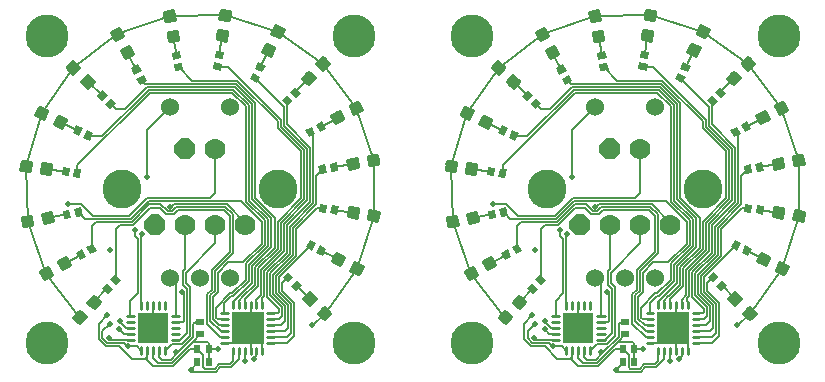
<source format=gbr>
G04 EAGLE Gerber RS-274X export*
G75*
%MOMM*%
%FSLAX34Y34*%
%LPD*%
%INTop Copper*%
%IPPOS*%
%AMOC8*
5,1,8,0,0,1.08239X$1,22.5*%
G01*
%ADD10P,1.924489X8X22.500000*%
%ADD11C,1.778000*%
%ADD12C,0.300000*%
%ADD13R,0.600000X0.700000*%
%ADD14C,1.524000*%
%ADD15C,3.302000*%
%ADD16C,0.270000*%
%ADD17R,2.700000X2.700000*%
%ADD18C,0.264000*%
%ADD19R,2.600000X2.600000*%
%ADD20R,0.700000X0.600000*%
%ADD21C,3.642000*%
%ADD22C,0.127000*%
%ADD23P,0.489673X8X22.500000*%


D10*
X171900Y179450D03*
D11*
X197300Y179450D03*
X222700Y179450D03*
X248100Y179450D03*
D12*
X125247Y114367D02*
X120145Y119159D01*
X125247Y114367D02*
X120455Y109265D01*
X115353Y114057D01*
X120145Y119159D01*
X117421Y112115D02*
X123132Y112115D01*
X124610Y114965D02*
X116206Y114965D01*
X118883Y117815D02*
X121576Y117815D01*
X108139Y106373D02*
X113241Y101581D01*
X108449Y96479D01*
X103347Y101271D01*
X108139Y106373D01*
X105415Y99329D02*
X111126Y99329D01*
X112604Y102179D02*
X104200Y102179D01*
X106877Y105029D02*
X109570Y105029D01*
X263346Y326114D02*
X269620Y323012D01*
X263346Y326114D02*
X266448Y332388D01*
X272722Y329286D01*
X269620Y323012D01*
X271029Y325862D02*
X263856Y325862D01*
X264631Y328712D02*
X272438Y328712D01*
X268119Y331562D02*
X266040Y331562D01*
X271118Y341838D02*
X277392Y338736D01*
X271118Y341838D02*
X274220Y348112D01*
X280494Y345010D01*
X277392Y338736D01*
X278801Y341586D02*
X271628Y341586D01*
X272403Y344436D02*
X280210Y344436D01*
X275891Y347286D02*
X273812Y347286D01*
X296824Y303752D02*
X301824Y298854D01*
X296824Y303752D02*
X301722Y308752D01*
X306722Y303854D01*
X301824Y298854D01*
X304616Y301704D02*
X298915Y301704D01*
X297610Y304554D02*
X306007Y304554D01*
X303098Y307404D02*
X300401Y307404D01*
X309096Y316284D02*
X314096Y311386D01*
X309096Y316284D02*
X313994Y321284D01*
X318994Y316386D01*
X314096Y311386D01*
X316888Y314236D02*
X311187Y314236D01*
X309882Y317086D02*
X318279Y317086D01*
X315370Y319936D02*
X312673Y319936D01*
X321683Y272083D02*
X324915Y265875D01*
X321683Y272083D02*
X327891Y275315D01*
X331123Y269107D01*
X324915Y265875D01*
X323431Y268725D02*
X330389Y268725D01*
X329838Y271575D02*
X321947Y271575D01*
X326181Y274425D02*
X328354Y274425D01*
X337241Y280183D02*
X340473Y273975D01*
X337241Y280183D02*
X343449Y283415D01*
X346681Y277207D01*
X340473Y273975D01*
X338989Y276825D02*
X345947Y276825D01*
X345396Y279675D02*
X337505Y279675D01*
X341739Y282525D02*
X343912Y282525D01*
X335454Y234254D02*
X336597Y227349D01*
X335454Y234254D02*
X342359Y235397D01*
X343502Y228492D01*
X336597Y227349D01*
X336125Y230199D02*
X343219Y230199D01*
X342748Y233049D02*
X335653Y233049D01*
X352758Y237118D02*
X353901Y230213D01*
X352758Y237118D02*
X359663Y238261D01*
X360806Y231356D01*
X353901Y230213D01*
X353429Y233063D02*
X360523Y233063D01*
X360052Y235913D02*
X352957Y235913D01*
X336781Y194039D02*
X335710Y187122D01*
X336781Y194039D02*
X343698Y192968D01*
X342627Y186051D01*
X335710Y187122D01*
X335985Y188901D02*
X343068Y188901D01*
X343510Y191751D02*
X336427Y191751D01*
X354115Y191355D02*
X353044Y184438D01*
X354115Y191355D02*
X361032Y190284D01*
X359961Y183367D01*
X353044Y184438D01*
X353319Y186217D02*
X360402Y186217D01*
X360844Y189067D02*
X353761Y189067D01*
X325521Y155386D02*
X322354Y149145D01*
X325521Y155386D02*
X331762Y152219D01*
X328595Y145978D01*
X322354Y149145D01*
X322979Y148828D02*
X330041Y148828D01*
X331487Y151678D02*
X323639Y151678D01*
X325086Y154528D02*
X327212Y154528D01*
X341163Y147450D02*
X337996Y141209D01*
X341163Y147450D02*
X347404Y144283D01*
X344237Y138042D01*
X337996Y141209D01*
X338621Y140892D02*
X345683Y140892D01*
X347129Y143742D02*
X339281Y143742D01*
X340728Y146592D02*
X342854Y146592D01*
X302794Y122155D02*
X297845Y117206D01*
X302794Y122155D02*
X307743Y117206D01*
X302794Y112257D01*
X297845Y117206D01*
X299944Y115107D02*
X305644Y115107D01*
X306992Y117957D02*
X298596Y117957D01*
X301446Y120807D02*
X304142Y120807D01*
X315196Y109753D02*
X310247Y104804D01*
X315196Y109753D02*
X320145Y104804D01*
X315196Y99855D01*
X310247Y104804D01*
X312346Y102705D02*
X318046Y102705D01*
X319394Y105555D02*
X310998Y105555D01*
X313848Y108405D02*
X316544Y108405D01*
X99701Y145485D02*
X96340Y151624D01*
X99701Y145485D02*
X93562Y142124D01*
X90201Y148263D01*
X96340Y151624D01*
X98768Y144974D02*
X92002Y144974D01*
X90441Y147824D02*
X98420Y147824D01*
X96860Y150674D02*
X94605Y150674D01*
X80954Y143200D02*
X84315Y137061D01*
X78176Y133700D01*
X74815Y139839D01*
X80954Y143200D01*
X83382Y136550D02*
X76616Y136550D01*
X75055Y139400D02*
X83034Y139400D01*
X81474Y142250D02*
X79219Y142250D01*
X85104Y183004D02*
X83816Y189884D01*
X85104Y183004D02*
X78224Y181716D01*
X76936Y188596D01*
X83816Y189884D01*
X84812Y184566D02*
X77690Y184566D01*
X77157Y187416D02*
X84278Y187416D01*
X66576Y186658D02*
X67864Y179778D01*
X60984Y178490D01*
X59696Y185370D01*
X66576Y186658D01*
X67572Y181340D02*
X60450Y181340D01*
X59917Y184190D02*
X67038Y184190D01*
X82906Y223203D02*
X83819Y230142D01*
X82906Y223203D02*
X75967Y224116D01*
X76880Y231055D01*
X83819Y230142D01*
X83281Y226053D02*
X76222Y226053D01*
X76597Y228903D02*
X83656Y228903D01*
X66429Y232432D02*
X65516Y225493D01*
X58577Y226406D01*
X59490Y233345D01*
X66429Y232432D01*
X65891Y228343D02*
X58832Y228343D01*
X59207Y231193D02*
X66266Y231193D01*
X93307Y262073D02*
X96343Y268379D01*
X93307Y262073D02*
X87001Y265109D01*
X90037Y271415D01*
X96343Y268379D01*
X94679Y264923D02*
X87387Y264923D01*
X88284Y267773D02*
X96051Y267773D01*
X91682Y270623D02*
X89656Y270623D01*
X80539Y275985D02*
X77503Y269679D01*
X71197Y272715D01*
X74233Y279021D01*
X80539Y275985D01*
X78875Y272529D02*
X71583Y272529D01*
X72480Y275379D02*
X80247Y275379D01*
X75878Y278229D02*
X73852Y278229D01*
X115302Y295794D02*
X120147Y300845D01*
X115302Y295794D02*
X110251Y300639D01*
X115096Y305690D01*
X120147Y300845D01*
X118036Y298644D02*
X112331Y298644D01*
X111071Y301494D02*
X119470Y301494D01*
X116499Y304344D02*
X113805Y304344D01*
X107487Y312985D02*
X102642Y307934D01*
X97591Y312779D01*
X102436Y317830D01*
X107487Y312985D01*
X105376Y310784D02*
X99671Y310784D01*
X98411Y313634D02*
X106810Y313634D01*
X103839Y316484D02*
X101145Y316484D01*
X146697Y320998D02*
X152870Y324295D01*
X146697Y320998D02*
X143400Y327171D01*
X149573Y330468D01*
X152870Y324295D01*
X152033Y323848D02*
X145175Y323848D01*
X143653Y326698D02*
X151587Y326698D01*
X150064Y329548D02*
X147850Y329548D01*
X144608Y339767D02*
X138435Y336470D01*
X135138Y342643D01*
X141311Y345940D01*
X144608Y339767D01*
X143771Y339320D02*
X136913Y339320D01*
X135391Y342170D02*
X143325Y342170D01*
X141802Y345020D02*
X139588Y345020D01*
X184373Y335182D02*
X191266Y336397D01*
X184373Y335182D02*
X183158Y342075D01*
X190051Y343290D01*
X191266Y336397D01*
X190978Y338032D02*
X183871Y338032D01*
X183368Y340882D02*
X190475Y340882D01*
X188220Y353671D02*
X181327Y352456D01*
X180112Y359349D01*
X187005Y360564D01*
X188220Y353671D01*
X187932Y355306D02*
X180825Y355306D01*
X180322Y358156D02*
X187429Y358156D01*
X224593Y336941D02*
X231522Y335954D01*
X224593Y336941D02*
X225580Y343870D01*
X232509Y342883D01*
X231522Y335954D01*
X231928Y338804D02*
X224858Y338804D01*
X225264Y341654D02*
X232334Y341654D01*
X233994Y353320D02*
X227065Y354307D01*
X228052Y361236D01*
X234981Y360249D01*
X233994Y353320D01*
X234400Y356170D02*
X227330Y356170D01*
X227736Y359020D02*
X234806Y359020D01*
D13*
G36*
X133623Y133569D02*
X137731Y137942D01*
X142833Y133151D01*
X138725Y128778D01*
X133623Y133569D01*
G37*
G36*
X126777Y126279D02*
X130885Y130652D01*
X135987Y125861D01*
X131879Y121488D01*
X126777Y126279D01*
G37*
G36*
X260903Y305312D02*
X258245Y299934D01*
X251971Y303036D01*
X254629Y308414D01*
X260903Y305312D01*
G37*
G36*
X265333Y314276D02*
X262675Y308898D01*
X256401Y312000D01*
X259059Y317378D01*
X265333Y314276D01*
G37*
G36*
X288030Y284749D02*
X283832Y280462D01*
X278832Y285359D01*
X283030Y289646D01*
X288030Y284749D01*
G37*
G36*
X295026Y291893D02*
X290828Y287606D01*
X285828Y292503D01*
X290026Y296790D01*
X295026Y291893D01*
G37*
G36*
X307413Y256764D02*
X302092Y253994D01*
X298859Y260202D01*
X304180Y262972D01*
X307413Y256764D01*
G37*
G36*
X316283Y261382D02*
X310962Y258612D01*
X307729Y264820D01*
X313050Y267590D01*
X316283Y261382D01*
G37*
G36*
X317129Y224139D02*
X311210Y223160D01*
X310067Y230065D01*
X315986Y231044D01*
X317129Y224139D01*
G37*
G36*
X326995Y225773D02*
X321076Y224794D01*
X319933Y231699D01*
X325852Y232678D01*
X326995Y225773D01*
G37*
G36*
X316208Y190114D02*
X310279Y191032D01*
X311350Y197948D01*
X317279Y197030D01*
X316208Y190114D01*
G37*
G36*
X326090Y188584D02*
X320161Y189502D01*
X321232Y196418D01*
X327161Y195500D01*
X326090Y188584D01*
G37*
G36*
X304751Y158059D02*
X299402Y160774D01*
X302569Y167015D01*
X307918Y164300D01*
X304751Y158059D01*
G37*
G36*
X313669Y153535D02*
X308320Y156250D01*
X311487Y162491D01*
X316836Y159776D01*
X313669Y153535D01*
G37*
G36*
X283893Y131158D02*
X279650Y135401D01*
X284599Y140350D01*
X288842Y136107D01*
X283893Y131158D01*
G37*
G36*
X290965Y124086D02*
X286722Y128329D01*
X291671Y133278D01*
X295914Y129035D01*
X290965Y124086D01*
G37*
G36*
X113634Y161121D02*
X118896Y164002D01*
X122258Y157863D01*
X116996Y154982D01*
X113634Y161121D01*
G37*
G36*
X104862Y156319D02*
X110124Y159200D01*
X113486Y153061D01*
X108224Y150180D01*
X104862Y156319D01*
G37*
G36*
X103209Y193526D02*
X109105Y194630D01*
X110393Y187750D01*
X104497Y186646D01*
X103209Y193526D01*
G37*
G36*
X93379Y191686D02*
X99275Y192790D01*
X100563Y185910D01*
X94667Y184806D01*
X93379Y191686D01*
G37*
G36*
X103381Y227566D02*
X109329Y226783D01*
X108415Y219844D01*
X102467Y220627D01*
X103381Y227566D01*
G37*
G36*
X93467Y228872D02*
X99415Y228089D01*
X98501Y221150D01*
X92553Y221933D01*
X93467Y228872D01*
G37*
G36*
X114139Y259859D02*
X119545Y257257D01*
X116509Y250951D01*
X111103Y253553D01*
X114139Y259859D01*
G37*
G36*
X105129Y264195D02*
X110535Y261593D01*
X107499Y255287D01*
X102093Y257889D01*
X105129Y264195D01*
G37*
G36*
X134406Y287207D02*
X138736Y283054D01*
X133892Y278003D01*
X129562Y282156D01*
X134406Y287207D01*
G37*
G36*
X127188Y294129D02*
X131518Y289976D01*
X126674Y284925D01*
X122344Y289078D01*
X127188Y294129D01*
G37*
G36*
X162175Y306894D02*
X165001Y301603D01*
X158827Y298306D01*
X156001Y303597D01*
X162175Y306894D01*
G37*
G36*
X157465Y315716D02*
X160291Y310425D01*
X154117Y307128D01*
X151291Y312419D01*
X157465Y315716D01*
G37*
G36*
X194692Y316967D02*
X195734Y311059D01*
X188842Y309843D01*
X187800Y315751D01*
X194692Y316967D01*
G37*
G36*
X192956Y326815D02*
X193998Y320907D01*
X187106Y319691D01*
X186064Y325599D01*
X192956Y326815D01*
G37*
G36*
X228729Y316422D02*
X227884Y310483D01*
X220955Y311470D01*
X221800Y317409D01*
X228729Y316422D01*
G37*
G36*
X230139Y326322D02*
X229294Y320383D01*
X222365Y321370D01*
X223210Y327309D01*
X230139Y326322D01*
G37*
D14*
X210000Y135070D03*
X235400Y279850D03*
D15*
X276040Y210000D03*
X143960Y210000D03*
D14*
X184600Y279850D03*
X235400Y135070D03*
X184600Y135070D03*
D16*
X266782Y80050D02*
X272180Y80050D01*
X272180Y85050D02*
X266782Y85050D01*
X266782Y90050D02*
X272180Y90050D01*
X272180Y95050D02*
X266782Y95050D01*
X266782Y100050D02*
X272180Y100050D01*
X272180Y105050D02*
X266782Y105050D01*
X262530Y109302D02*
X262530Y114700D01*
X257530Y114700D02*
X257530Y109302D01*
X252530Y109302D02*
X252530Y114700D01*
X247530Y114700D02*
X247530Y109302D01*
X242530Y109302D02*
X242530Y114700D01*
X237530Y114700D02*
X237530Y109302D01*
X233278Y105050D02*
X227880Y105050D01*
X227880Y100050D02*
X233278Y100050D01*
X233278Y95050D02*
X227880Y95050D01*
X227880Y90050D02*
X233278Y90050D01*
X233278Y85050D02*
X227880Y85050D01*
X227880Y80050D02*
X233278Y80050D01*
X237530Y75798D02*
X237530Y70400D01*
X242530Y70400D02*
X242530Y75798D01*
X247530Y75798D02*
X247530Y70400D01*
X252530Y70400D02*
X252530Y75798D01*
X257530Y75798D02*
X257530Y70400D01*
X262530Y70400D02*
X262530Y75798D01*
D17*
X250030Y92550D03*
D13*
X207540Y75000D03*
X217540Y75000D03*
X207540Y63750D03*
X217540Y63750D03*
D10*
X197300Y243970D03*
D11*
X222700Y243970D03*
D18*
X192259Y82550D02*
X186027Y82550D01*
X186027Y87550D02*
X192259Y87550D01*
X192259Y92550D02*
X186027Y92550D01*
X186027Y97550D02*
X192259Y97550D01*
X192259Y102550D02*
X186027Y102550D01*
X180020Y108557D02*
X180020Y114789D01*
X175020Y114789D02*
X175020Y108557D01*
X170020Y108557D02*
X170020Y114789D01*
X165020Y114789D02*
X165020Y108557D01*
X160020Y108557D02*
X160020Y114789D01*
X154013Y102550D02*
X147781Y102550D01*
X147781Y97550D02*
X154013Y97550D01*
X154013Y92550D02*
X147781Y92550D01*
X147781Y87550D02*
X154013Y87550D01*
X154013Y82550D02*
X147781Y82550D01*
X160020Y76543D02*
X160020Y70311D01*
X165020Y70311D02*
X165020Y76543D01*
X170020Y76543D02*
X170020Y70311D01*
X175020Y70311D02*
X175020Y76543D01*
X180020Y76543D02*
X180020Y70311D01*
D19*
X170020Y92550D03*
D20*
X209898Y97550D03*
X209898Y87550D03*
D21*
X80000Y80000D03*
X80000Y340000D03*
X340000Y340000D03*
X340000Y80000D03*
D10*
X531900Y179450D03*
D11*
X557300Y179450D03*
X582700Y179450D03*
X608100Y179450D03*
D12*
X485247Y114367D02*
X480145Y119159D01*
X485247Y114367D02*
X480455Y109265D01*
X475353Y114057D01*
X480145Y119159D01*
X477421Y112115D02*
X483132Y112115D01*
X484610Y114965D02*
X476206Y114965D01*
X478883Y117815D02*
X481576Y117815D01*
X468139Y106373D02*
X473241Y101581D01*
X468449Y96479D01*
X463347Y101271D01*
X468139Y106373D01*
X465415Y99329D02*
X471126Y99329D01*
X472604Y102179D02*
X464200Y102179D01*
X466877Y105029D02*
X469570Y105029D01*
X623346Y326114D02*
X629620Y323012D01*
X623346Y326114D02*
X626448Y332388D01*
X632722Y329286D01*
X629620Y323012D01*
X631029Y325862D02*
X623856Y325862D01*
X624631Y328712D02*
X632438Y328712D01*
X628119Y331562D02*
X626040Y331562D01*
X631118Y341838D02*
X637392Y338736D01*
X631118Y341838D02*
X634220Y348112D01*
X640494Y345010D01*
X637392Y338736D01*
X638801Y341586D02*
X631628Y341586D01*
X632403Y344436D02*
X640210Y344436D01*
X635891Y347286D02*
X633812Y347286D01*
X656824Y303752D02*
X661824Y298854D01*
X656824Y303752D02*
X661722Y308752D01*
X666722Y303854D01*
X661824Y298854D01*
X664616Y301704D02*
X658915Y301704D01*
X657610Y304554D02*
X666007Y304554D01*
X663098Y307404D02*
X660401Y307404D01*
X669096Y316284D02*
X674096Y311386D01*
X669096Y316284D02*
X673994Y321284D01*
X678994Y316386D01*
X674096Y311386D01*
X676888Y314236D02*
X671187Y314236D01*
X669882Y317086D02*
X678279Y317086D01*
X675370Y319936D02*
X672673Y319936D01*
X681683Y272083D02*
X684915Y265875D01*
X681683Y272083D02*
X687891Y275315D01*
X691123Y269107D01*
X684915Y265875D01*
X683431Y268725D02*
X690389Y268725D01*
X689838Y271575D02*
X681947Y271575D01*
X686181Y274425D02*
X688354Y274425D01*
X697241Y280183D02*
X700473Y273975D01*
X697241Y280183D02*
X703449Y283415D01*
X706681Y277207D01*
X700473Y273975D01*
X698989Y276825D02*
X705947Y276825D01*
X705396Y279675D02*
X697505Y279675D01*
X701739Y282525D02*
X703912Y282525D01*
X695454Y234254D02*
X696597Y227349D01*
X695454Y234254D02*
X702359Y235397D01*
X703502Y228492D01*
X696597Y227349D01*
X696125Y230199D02*
X703219Y230199D01*
X702748Y233049D02*
X695653Y233049D01*
X712758Y237118D02*
X713901Y230213D01*
X712758Y237118D02*
X719663Y238261D01*
X720806Y231356D01*
X713901Y230213D01*
X713429Y233063D02*
X720523Y233063D01*
X720052Y235913D02*
X712957Y235913D01*
X696781Y194039D02*
X695710Y187122D01*
X696781Y194039D02*
X703698Y192968D01*
X702627Y186051D01*
X695710Y187122D01*
X695985Y188901D02*
X703068Y188901D01*
X703510Y191751D02*
X696427Y191751D01*
X714115Y191355D02*
X713044Y184438D01*
X714115Y191355D02*
X721032Y190284D01*
X719961Y183367D01*
X713044Y184438D01*
X713319Y186217D02*
X720402Y186217D01*
X720844Y189067D02*
X713761Y189067D01*
X685521Y155386D02*
X682354Y149145D01*
X685521Y155386D02*
X691762Y152219D01*
X688595Y145978D01*
X682354Y149145D01*
X682979Y148828D02*
X690041Y148828D01*
X691487Y151678D02*
X683639Y151678D01*
X685086Y154528D02*
X687212Y154528D01*
X701163Y147450D02*
X697996Y141209D01*
X701163Y147450D02*
X707404Y144283D01*
X704237Y138042D01*
X697996Y141209D01*
X698621Y140892D02*
X705683Y140892D01*
X707129Y143742D02*
X699281Y143742D01*
X700728Y146592D02*
X702854Y146592D01*
X662794Y122155D02*
X657845Y117206D01*
X662794Y122155D02*
X667743Y117206D01*
X662794Y112257D01*
X657845Y117206D01*
X659944Y115107D02*
X665644Y115107D01*
X666992Y117957D02*
X658596Y117957D01*
X661446Y120807D02*
X664142Y120807D01*
X675196Y109753D02*
X670247Y104804D01*
X675196Y109753D02*
X680145Y104804D01*
X675196Y99855D01*
X670247Y104804D01*
X672346Y102705D02*
X678046Y102705D01*
X679394Y105555D02*
X670998Y105555D01*
X673848Y108405D02*
X676544Y108405D01*
X459701Y145485D02*
X456340Y151624D01*
X459701Y145485D02*
X453562Y142124D01*
X450201Y148263D01*
X456340Y151624D01*
X458768Y144974D02*
X452002Y144974D01*
X450441Y147824D02*
X458420Y147824D01*
X456860Y150674D02*
X454605Y150674D01*
X440954Y143200D02*
X444315Y137061D01*
X438176Y133700D01*
X434815Y139839D01*
X440954Y143200D01*
X443382Y136550D02*
X436616Y136550D01*
X435055Y139400D02*
X443034Y139400D01*
X441474Y142250D02*
X439219Y142250D01*
X445104Y183004D02*
X443816Y189884D01*
X445104Y183004D02*
X438224Y181716D01*
X436936Y188596D01*
X443816Y189884D01*
X444812Y184566D02*
X437690Y184566D01*
X437157Y187416D02*
X444278Y187416D01*
X426576Y186658D02*
X427864Y179778D01*
X420984Y178490D01*
X419696Y185370D01*
X426576Y186658D01*
X427572Y181340D02*
X420450Y181340D01*
X419917Y184190D02*
X427038Y184190D01*
X442906Y223203D02*
X443819Y230142D01*
X442906Y223203D02*
X435967Y224116D01*
X436880Y231055D01*
X443819Y230142D01*
X443281Y226053D02*
X436222Y226053D01*
X436597Y228903D02*
X443656Y228903D01*
X426429Y232432D02*
X425516Y225493D01*
X418577Y226406D01*
X419490Y233345D01*
X426429Y232432D01*
X425891Y228343D02*
X418832Y228343D01*
X419207Y231193D02*
X426266Y231193D01*
X453307Y262073D02*
X456343Y268379D01*
X453307Y262073D02*
X447001Y265109D01*
X450037Y271415D01*
X456343Y268379D01*
X454679Y264923D02*
X447387Y264923D01*
X448284Y267773D02*
X456051Y267773D01*
X451682Y270623D02*
X449656Y270623D01*
X440539Y275985D02*
X437503Y269679D01*
X431197Y272715D01*
X434233Y279021D01*
X440539Y275985D01*
X438875Y272529D02*
X431583Y272529D01*
X432480Y275379D02*
X440247Y275379D01*
X435878Y278229D02*
X433852Y278229D01*
X475302Y295794D02*
X480147Y300845D01*
X475302Y295794D02*
X470251Y300639D01*
X475096Y305690D01*
X480147Y300845D01*
X478036Y298644D02*
X472331Y298644D01*
X471071Y301494D02*
X479470Y301494D01*
X476499Y304344D02*
X473805Y304344D01*
X467487Y312985D02*
X462642Y307934D01*
X457591Y312779D01*
X462436Y317830D01*
X467487Y312985D01*
X465376Y310784D02*
X459671Y310784D01*
X458411Y313634D02*
X466810Y313634D01*
X463839Y316484D02*
X461145Y316484D01*
X506697Y320998D02*
X512870Y324295D01*
X506697Y320998D02*
X503400Y327171D01*
X509573Y330468D01*
X512870Y324295D01*
X512033Y323848D02*
X505175Y323848D01*
X503653Y326698D02*
X511587Y326698D01*
X510064Y329548D02*
X507850Y329548D01*
X504608Y339767D02*
X498435Y336470D01*
X495138Y342643D01*
X501311Y345940D01*
X504608Y339767D01*
X503771Y339320D02*
X496913Y339320D01*
X495391Y342170D02*
X503325Y342170D01*
X501802Y345020D02*
X499588Y345020D01*
X544373Y335182D02*
X551266Y336397D01*
X544373Y335182D02*
X543158Y342075D01*
X550051Y343290D01*
X551266Y336397D01*
X550978Y338032D02*
X543871Y338032D01*
X543368Y340882D02*
X550475Y340882D01*
X548220Y353671D02*
X541327Y352456D01*
X540112Y359349D01*
X547005Y360564D01*
X548220Y353671D01*
X547932Y355306D02*
X540825Y355306D01*
X540322Y358156D02*
X547429Y358156D01*
X584593Y336941D02*
X591522Y335954D01*
X584593Y336941D02*
X585580Y343870D01*
X592509Y342883D01*
X591522Y335954D01*
X591928Y338804D02*
X584858Y338804D01*
X585264Y341654D02*
X592334Y341654D01*
X593994Y353320D02*
X587065Y354307D01*
X588052Y361236D01*
X594981Y360249D01*
X593994Y353320D01*
X594400Y356170D02*
X587330Y356170D01*
X587736Y359020D02*
X594806Y359020D01*
D13*
G36*
X493623Y133569D02*
X497731Y137942D01*
X502833Y133151D01*
X498725Y128778D01*
X493623Y133569D01*
G37*
G36*
X486777Y126279D02*
X490885Y130652D01*
X495987Y125861D01*
X491879Y121488D01*
X486777Y126279D01*
G37*
G36*
X620903Y305312D02*
X618245Y299934D01*
X611971Y303036D01*
X614629Y308414D01*
X620903Y305312D01*
G37*
G36*
X625333Y314276D02*
X622675Y308898D01*
X616401Y312000D01*
X619059Y317378D01*
X625333Y314276D01*
G37*
G36*
X648030Y284749D02*
X643832Y280462D01*
X638832Y285359D01*
X643030Y289646D01*
X648030Y284749D01*
G37*
G36*
X655026Y291893D02*
X650828Y287606D01*
X645828Y292503D01*
X650026Y296790D01*
X655026Y291893D01*
G37*
G36*
X667413Y256764D02*
X662092Y253994D01*
X658859Y260202D01*
X664180Y262972D01*
X667413Y256764D01*
G37*
G36*
X676283Y261382D02*
X670962Y258612D01*
X667729Y264820D01*
X673050Y267590D01*
X676283Y261382D01*
G37*
G36*
X677129Y224139D02*
X671210Y223160D01*
X670067Y230065D01*
X675986Y231044D01*
X677129Y224139D01*
G37*
G36*
X686995Y225773D02*
X681076Y224794D01*
X679933Y231699D01*
X685852Y232678D01*
X686995Y225773D01*
G37*
G36*
X676208Y190114D02*
X670279Y191032D01*
X671350Y197948D01*
X677279Y197030D01*
X676208Y190114D01*
G37*
G36*
X686090Y188584D02*
X680161Y189502D01*
X681232Y196418D01*
X687161Y195500D01*
X686090Y188584D01*
G37*
G36*
X664751Y158059D02*
X659402Y160774D01*
X662569Y167015D01*
X667918Y164300D01*
X664751Y158059D01*
G37*
G36*
X673669Y153535D02*
X668320Y156250D01*
X671487Y162491D01*
X676836Y159776D01*
X673669Y153535D01*
G37*
G36*
X643893Y131158D02*
X639650Y135401D01*
X644599Y140350D01*
X648842Y136107D01*
X643893Y131158D01*
G37*
G36*
X650965Y124086D02*
X646722Y128329D01*
X651671Y133278D01*
X655914Y129035D01*
X650965Y124086D01*
G37*
G36*
X473634Y161121D02*
X478896Y164002D01*
X482258Y157863D01*
X476996Y154982D01*
X473634Y161121D01*
G37*
G36*
X464862Y156319D02*
X470124Y159200D01*
X473486Y153061D01*
X468224Y150180D01*
X464862Y156319D01*
G37*
G36*
X463209Y193526D02*
X469105Y194630D01*
X470393Y187750D01*
X464497Y186646D01*
X463209Y193526D01*
G37*
G36*
X453379Y191686D02*
X459275Y192790D01*
X460563Y185910D01*
X454667Y184806D01*
X453379Y191686D01*
G37*
G36*
X463381Y227566D02*
X469329Y226783D01*
X468415Y219844D01*
X462467Y220627D01*
X463381Y227566D01*
G37*
G36*
X453467Y228872D02*
X459415Y228089D01*
X458501Y221150D01*
X452553Y221933D01*
X453467Y228872D01*
G37*
G36*
X474139Y259859D02*
X479545Y257257D01*
X476509Y250951D01*
X471103Y253553D01*
X474139Y259859D01*
G37*
G36*
X465129Y264195D02*
X470535Y261593D01*
X467499Y255287D01*
X462093Y257889D01*
X465129Y264195D01*
G37*
G36*
X494406Y287207D02*
X498736Y283054D01*
X493892Y278003D01*
X489562Y282156D01*
X494406Y287207D01*
G37*
G36*
X487188Y294129D02*
X491518Y289976D01*
X486674Y284925D01*
X482344Y289078D01*
X487188Y294129D01*
G37*
G36*
X522175Y306894D02*
X525001Y301603D01*
X518827Y298306D01*
X516001Y303597D01*
X522175Y306894D01*
G37*
G36*
X517465Y315716D02*
X520291Y310425D01*
X514117Y307128D01*
X511291Y312419D01*
X517465Y315716D01*
G37*
G36*
X554692Y316967D02*
X555734Y311059D01*
X548842Y309843D01*
X547800Y315751D01*
X554692Y316967D01*
G37*
G36*
X552956Y326815D02*
X553998Y320907D01*
X547106Y319691D01*
X546064Y325599D01*
X552956Y326815D01*
G37*
G36*
X588729Y316422D02*
X587884Y310483D01*
X580955Y311470D01*
X581800Y317409D01*
X588729Y316422D01*
G37*
G36*
X590139Y326322D02*
X589294Y320383D01*
X582365Y321370D01*
X583210Y327309D01*
X590139Y326322D01*
G37*
D14*
X570000Y135070D03*
X595400Y279850D03*
D15*
X636040Y210000D03*
X503960Y210000D03*
D14*
X544600Y279850D03*
X595400Y135070D03*
X544600Y135070D03*
D16*
X626782Y80050D02*
X632180Y80050D01*
X632180Y85050D02*
X626782Y85050D01*
X626782Y90050D02*
X632180Y90050D01*
X632180Y95050D02*
X626782Y95050D01*
X626782Y100050D02*
X632180Y100050D01*
X632180Y105050D02*
X626782Y105050D01*
X622530Y109302D02*
X622530Y114700D01*
X617530Y114700D02*
X617530Y109302D01*
X612530Y109302D02*
X612530Y114700D01*
X607530Y114700D02*
X607530Y109302D01*
X602530Y109302D02*
X602530Y114700D01*
X597530Y114700D02*
X597530Y109302D01*
X593278Y105050D02*
X587880Y105050D01*
X587880Y100050D02*
X593278Y100050D01*
X593278Y95050D02*
X587880Y95050D01*
X587880Y90050D02*
X593278Y90050D01*
X593278Y85050D02*
X587880Y85050D01*
X587880Y80050D02*
X593278Y80050D01*
X597530Y75798D02*
X597530Y70400D01*
X602530Y70400D02*
X602530Y75798D01*
X607530Y75798D02*
X607530Y70400D01*
X612530Y70400D02*
X612530Y75798D01*
X617530Y75798D02*
X617530Y70400D01*
X622530Y70400D02*
X622530Y75798D01*
D17*
X610030Y92550D03*
D13*
X567540Y75000D03*
X577540Y75000D03*
X567540Y63750D03*
X577540Y63750D03*
D10*
X557300Y243970D03*
D11*
X582700Y243970D03*
D18*
X552259Y82550D02*
X546027Y82550D01*
X546027Y87550D02*
X552259Y87550D01*
X552259Y92550D02*
X546027Y92550D01*
X546027Y97550D02*
X552259Y97550D01*
X552259Y102550D02*
X546027Y102550D01*
X540020Y108557D02*
X540020Y114789D01*
X535020Y114789D02*
X535020Y108557D01*
X530020Y108557D02*
X530020Y114789D01*
X525020Y114789D02*
X525020Y108557D01*
X520020Y108557D02*
X520020Y114789D01*
X514013Y102550D02*
X507781Y102550D01*
X507781Y97550D02*
X514013Y97550D01*
X514013Y92550D02*
X507781Y92550D01*
X507781Y87550D02*
X514013Y87550D01*
X514013Y82550D02*
X507781Y82550D01*
X520020Y76543D02*
X520020Y70311D01*
X525020Y70311D02*
X525020Y76543D01*
X530020Y76543D02*
X530020Y70311D01*
X535020Y70311D02*
X535020Y76543D01*
X540020Y76543D02*
X540020Y70311D01*
D19*
X530020Y92550D03*
D20*
X569898Y97550D03*
X569898Y87550D03*
D21*
X440000Y80000D03*
X440000Y340000D03*
X700000Y340000D03*
X700000Y80000D03*
D22*
X170020Y92550D02*
X170020Y111673D01*
X252570Y90010D02*
X252570Y86200D01*
X252570Y90010D02*
X250030Y92550D01*
X252530Y101400D02*
X252530Y112001D01*
X250030Y98900D02*
X250030Y92550D01*
X250030Y98900D02*
X252530Y101400D01*
X252530Y86160D02*
X252530Y73099D01*
X252530Y86160D02*
X252570Y86200D01*
X178910Y92550D02*
X175100Y88740D01*
X175100Y86200D01*
X170020Y92550D01*
D23*
X170020Y92550D03*
X163670Y92550D03*
X176370Y92550D03*
X250030Y92550D03*
X243680Y92550D03*
X256380Y92550D03*
X256380Y98900D03*
X250030Y98900D03*
X243680Y98900D03*
X163670Y98900D03*
X176370Y98900D03*
X170020Y98900D03*
D22*
X262530Y80050D02*
X262530Y73099D01*
X262530Y80050D02*
X252570Y90010D01*
X237530Y80050D02*
X230579Y80050D01*
X237530Y80050D02*
X250030Y92550D01*
X173830Y63340D02*
X170020Y67150D01*
X173830Y63340D02*
X185938Y63340D01*
X170020Y67150D02*
X170020Y73427D01*
X185938Y63340D02*
X203718Y81120D01*
X215740Y81120D02*
X217010Y79850D01*
X215740Y81120D02*
X203718Y81120D01*
X217010Y75530D02*
X217540Y75000D01*
X217010Y75530D02*
X217010Y79850D01*
X247490Y64610D02*
X247530Y64650D01*
X247530Y73099D01*
D23*
X247490Y64610D03*
D22*
X224400Y75000D02*
X217540Y75000D01*
X224400Y75000D02*
X224630Y74770D01*
D23*
X224630Y74770D03*
X133190Y158590D03*
X97630Y197960D03*
D22*
X108671Y197918D02*
X119205Y187384D01*
X97673Y197918D02*
X97630Y197960D01*
X97673Y197918D02*
X108671Y197918D01*
X119205Y187384D02*
X150018Y187384D01*
X222700Y207140D02*
X222700Y243970D01*
X222700Y207140D02*
X218184Y202624D01*
X165258Y202624D02*
X150018Y187384D01*
X165258Y202624D02*
X218184Y202624D01*
X209898Y87550D02*
X209898Y87300D01*
X203718Y81120D01*
X217540Y75000D02*
X217540Y63750D01*
X170020Y60800D02*
X165001Y65819D01*
X170020Y60800D02*
X186990Y60800D01*
X201190Y75000D02*
X207540Y75000D01*
X201190Y75000D02*
X186990Y60800D01*
X165007Y68367D02*
X165020Y73427D01*
X165007Y68367D02*
X165001Y65819D01*
X162996Y66356D02*
X165007Y68367D01*
X162996Y66356D02*
X152412Y66356D01*
D23*
X131082Y103142D03*
D22*
X141458Y77310D02*
X152412Y66356D01*
X141458Y77310D02*
X130001Y77310D01*
X124300Y83011D01*
X124300Y96360D02*
X131082Y103142D01*
X124300Y96360D02*
X124300Y83011D01*
X207540Y75000D02*
X212635Y69905D01*
X212635Y59461D02*
X213836Y58260D01*
X212635Y59461D02*
X212635Y69905D01*
X213836Y58260D02*
X222090Y58260D01*
X225900Y62070D01*
X234790Y62070D01*
X237530Y64810D01*
X237530Y73099D01*
X189223Y97630D02*
X189143Y97550D01*
X195003Y97630D02*
X196273Y98900D01*
X196273Y121403D01*
X194646Y123030D01*
D23*
X194646Y123030D03*
D22*
X195003Y97630D02*
X189223Y97630D01*
X312006Y263101D02*
X326403Y270595D01*
X301773Y303803D02*
X290427Y292198D01*
X260867Y313138D02*
X268034Y327700D01*
X228551Y339912D02*
X226252Y323846D01*
X190031Y323253D02*
X187212Y339236D01*
X148135Y325733D02*
X155791Y311422D01*
X126931Y289527D02*
X115199Y300742D01*
X91672Y266744D02*
X106314Y259741D01*
X291318Y128682D02*
X302794Y117206D01*
X327058Y150682D02*
X312578Y158013D01*
X323661Y192501D02*
X339704Y190045D01*
X339478Y231373D02*
X323464Y228736D01*
X95984Y225011D02*
X79893Y227129D01*
X81020Y185800D02*
X96971Y188798D01*
X109174Y154690D02*
X94951Y146874D01*
X120300Y114212D02*
X131382Y126070D01*
X279240Y109932D02*
X279240Y102710D01*
X279240Y109932D02*
X269080Y120092D01*
X269080Y138886D01*
X285590Y155396D02*
X285590Y178474D01*
X305518Y256101D02*
X303136Y258483D01*
X285590Y155396D02*
X269080Y138886D01*
X279240Y102710D02*
X276580Y100050D01*
X269481Y100050D01*
X285590Y178474D02*
X305518Y198403D01*
X305518Y256101D01*
X275430Y105250D02*
X269481Y105050D01*
X275430Y105250D02*
X276700Y106520D01*
X276700Y108879D01*
X266540Y119039D01*
X266540Y139939D01*
X283050Y156449D01*
X283050Y179526D01*
X283431Y264889D02*
X283431Y285054D01*
X302979Y199455D02*
X283050Y179526D01*
X302979Y199455D02*
X302979Y245342D01*
X283431Y264889D01*
X280510Y157501D02*
X264000Y140991D01*
X280510Y157501D02*
X280510Y180579D01*
X262500Y117938D02*
X262530Y112001D01*
X262500Y117938D02*
X264000Y119438D01*
X264000Y140991D01*
X280510Y180579D02*
X300439Y200507D01*
X300439Y244289D01*
X280891Y263837D01*
X280891Y279720D02*
X256437Y304174D01*
X280891Y279720D02*
X280891Y263837D01*
X257500Y116530D02*
X257530Y112001D01*
X257500Y116530D02*
X261460Y120490D01*
X233104Y313946D02*
X224842Y313946D01*
X233104Y313946D02*
X278351Y268699D01*
X261460Y142043D02*
X261460Y120490D01*
X261460Y142043D02*
X277970Y158553D01*
X277970Y181631D01*
X297899Y201559D02*
X297899Y243237D01*
X278351Y262785D01*
X278351Y268699D01*
X297899Y201559D02*
X277970Y181631D01*
X247519Y116709D02*
X247530Y112001D01*
X247519Y116709D02*
X258920Y128110D01*
X203072Y302100D02*
X191767Y313405D01*
X203072Y302100D02*
X241197Y302100D01*
X258920Y143095D02*
X258920Y128110D01*
X258920Y143095D02*
X275430Y159605D01*
X275430Y182683D01*
X295359Y202611D01*
X295359Y242185D01*
X275811Y261733D01*
X275811Y267486D02*
X241197Y302100D01*
X275811Y267486D02*
X275811Y261733D01*
X253840Y201372D02*
X269861Y185350D01*
X164940Y297020D02*
X145890Y277970D01*
X138784Y277970D01*
X134149Y282605D01*
X164940Y297020D02*
X239092Y297020D01*
X269861Y185350D02*
X269861Y161220D01*
X253840Y145199D01*
X237530Y114340D02*
X237530Y112001D01*
X237530Y114340D02*
X253840Y130650D01*
X253840Y145199D01*
X253840Y201372D02*
X253840Y282272D01*
X239092Y297020D01*
X238010Y119246D02*
X236304Y119246D01*
X230465Y105164D02*
X230579Y105050D01*
X230465Y105164D02*
X230465Y113407D01*
X236304Y119246D01*
X251300Y146251D02*
X266994Y161946D01*
X266994Y184625D01*
X251300Y132536D02*
X238010Y119246D01*
X251300Y132536D02*
X251300Y146251D01*
X266994Y184625D02*
X251300Y200319D01*
X251300Y281220D01*
X166210Y294480D02*
X126840Y255110D01*
X115619Y255110D01*
X115324Y255405D01*
X238040Y294480D02*
X251300Y281220D01*
X238040Y294480D02*
X166210Y294480D01*
X289400Y114140D02*
X289400Y86200D01*
X289400Y114140D02*
X279240Y124300D01*
X279240Y130747D01*
X284246Y135754D01*
X289400Y86200D02*
X283250Y80050D01*
X269481Y80050D01*
X286860Y88740D02*
X286860Y113088D01*
X276700Y123248D01*
X276700Y135730D01*
X303507Y162537D02*
X303660Y162537D01*
X303507Y162537D02*
X276700Y135730D01*
X286860Y88740D02*
X283170Y85050D01*
X269481Y85050D01*
X284320Y92550D02*
X284320Y112036D01*
X274160Y122196D01*
X274160Y136782D01*
X290670Y176370D02*
X308450Y194150D01*
X313660Y194150D01*
X313779Y194031D01*
X290670Y153292D02*
X274160Y136782D01*
X290670Y153292D02*
X290670Y176370D01*
X284320Y92550D02*
X281820Y90050D01*
X269481Y90050D01*
X281780Y98900D02*
X281780Y110984D01*
X271620Y121144D01*
X271620Y137834D01*
X288130Y154344D02*
X288130Y177422D01*
X288130Y154344D02*
X271620Y137834D01*
X281780Y98900D02*
X277930Y95050D01*
X269481Y95050D01*
X308059Y221563D02*
X313598Y227102D01*
X308059Y197351D02*
X288130Y177422D01*
X308059Y197351D02*
X308059Y221563D01*
X230579Y100050D02*
X224750Y100050D01*
X223360Y101440D01*
X223360Y109894D01*
X235252Y121786D02*
X236957Y121786D01*
X235252Y121786D02*
X223360Y109894D01*
X248760Y133589D02*
X248760Y147303D01*
X248760Y133589D02*
X236957Y121786D01*
X248760Y199267D02*
X248760Y280168D01*
X236988Y291940D01*
X105898Y230358D02*
X105898Y223705D01*
X167480Y291940D02*
X236988Y291940D01*
X167480Y291940D02*
X105898Y230358D01*
X248760Y147303D02*
X264454Y162998D01*
X264454Y183573D01*
X248760Y199267D01*
X230579Y95050D02*
X226158Y95050D01*
X220820Y100388D01*
X220820Y119220D02*
X224630Y123030D01*
X224630Y139540D01*
X233425Y148335D01*
X246200Y148335D01*
X220820Y119220D02*
X220820Y100388D01*
X246200Y148335D02*
X261914Y164050D01*
X261914Y182521D01*
X244351Y200084D01*
X166310Y200084D01*
X151070Y184844D01*
X112595Y184844D02*
X106801Y190638D01*
X112595Y184844D02*
X151070Y184844D01*
X256380Y144147D02*
X272890Y160657D01*
X163541Y299560D02*
X160501Y302600D01*
X256380Y144147D02*
X256380Y129162D01*
X272890Y160657D02*
X272890Y185914D01*
X256380Y202424D01*
X240145Y299560D02*
X163541Y299560D01*
X242530Y115530D02*
X242530Y112001D01*
X246246Y119246D02*
X246464Y119246D01*
X246246Y119246D02*
X242530Y115530D01*
X246464Y119246D02*
X256380Y129162D01*
X256380Y202424D02*
X256380Y283325D01*
X240145Y299560D01*
X230579Y90050D02*
X227130Y90050D01*
X218280Y98900D02*
X218280Y120272D01*
X218280Y98900D02*
X227130Y90050D01*
X218280Y120272D02*
X222090Y124082D01*
X222090Y140592D02*
X237305Y155807D01*
X222090Y140592D02*
X222090Y124082D01*
X117946Y159492D02*
X117946Y178906D01*
X237305Y188852D02*
X237305Y155807D01*
X121344Y182304D02*
X117946Y178906D01*
X121344Y182304D02*
X152122Y182304D01*
X166994Y197176D01*
X182264Y191194D02*
X185716Y191194D01*
X176282Y197176D02*
X166994Y197176D01*
X176282Y197176D02*
X182264Y191194D01*
X185716Y191194D02*
X189526Y195004D01*
X231153Y195004D01*
X237305Y188852D01*
X230579Y85050D02*
X227050Y85050D01*
X215740Y96360D01*
X215740Y121324D02*
X219550Y125134D01*
X215740Y121324D02*
X215740Y96360D01*
X219550Y125134D02*
X219550Y141644D01*
X234765Y156859D02*
X234765Y187800D01*
X234765Y156859D02*
X219550Y141644D01*
X138228Y133360D02*
X138228Y176328D01*
X230101Y192464D02*
X234765Y187800D01*
X141664Y179764D02*
X138228Y176328D01*
X141664Y179764D02*
X153174Y179764D01*
X187384Y188654D02*
X191194Y192464D01*
X167560Y194150D02*
X153174Y179764D01*
X167560Y194150D02*
X175716Y194150D01*
X181212Y188654D01*
X187384Y188654D01*
X191194Y192464D02*
X230101Y192464D01*
X175020Y73427D02*
X175100Y73277D01*
X175100Y68420D01*
X177640Y65880D01*
X184886Y65880D01*
X190153Y71147D01*
X204250Y85244D01*
X204250Y95712D01*
X206088Y97550D02*
X209898Y97550D01*
X206088Y97550D02*
X204250Y95712D01*
X190153Y71535D02*
X190153Y71147D01*
X190153Y71535D02*
X189070Y72618D01*
D23*
X189070Y72618D03*
X201770Y56990D03*
D22*
X242530Y66000D02*
X242530Y73099D01*
X242530Y66000D02*
X236060Y59530D01*
X150897Y82550D02*
X134307Y82550D01*
X132558Y84299D01*
D23*
X132558Y84299D03*
D22*
X201770Y56990D02*
X203040Y55720D01*
X207540Y62760D02*
X207540Y63750D01*
X207540Y62760D02*
X201770Y56990D01*
X226952Y59530D02*
X236060Y59530D01*
X226952Y59530D02*
X223142Y55720D01*
X203040Y55720D01*
D23*
X133190Y96360D03*
D22*
X257530Y73099D02*
X257530Y68496D01*
X255271Y66237D01*
D23*
X255271Y66237D03*
D22*
X160020Y73427D02*
X156210Y77237D01*
X148430Y77237D01*
D23*
X148430Y77237D03*
D22*
X127121Y83843D02*
X127121Y90291D01*
X133190Y96360D01*
X145657Y80010D02*
X148430Y77237D01*
X145657Y80010D02*
X130954Y80010D01*
X127121Y83843D01*
D23*
X160574Y171787D03*
X164940Y220820D03*
D22*
X164940Y260190D01*
X184600Y279850D01*
X160574Y171787D02*
X160020Y171233D01*
X160020Y111673D01*
X193040Y82550D02*
X198813Y88323D01*
X193040Y82550D02*
X189143Y82550D01*
X198813Y88323D02*
X198813Y125987D01*
X195420Y129380D01*
X195420Y140522D01*
X197300Y142402D02*
X197300Y179450D01*
X197300Y142402D02*
X195420Y140522D01*
D23*
X183990Y195361D03*
X154780Y175597D03*
D22*
X248100Y179450D02*
X248100Y181649D01*
X232206Y197544D01*
X187443Y197544D02*
X185260Y195361D01*
X183990Y195361D01*
X187443Y197544D02*
X232206Y197544D01*
X150897Y115337D02*
X150897Y102550D01*
X150897Y115337D02*
X157480Y121920D01*
X157480Y167817D01*
X154780Y170517D01*
X154780Y175597D01*
D23*
X142080Y98900D03*
D22*
X142080Y97630D02*
X147160Y92550D01*
X142080Y97630D02*
X142080Y98900D01*
X147160Y92550D02*
X150897Y92550D01*
X150897Y87550D02*
X145353Y87550D01*
X141521Y91382D01*
D23*
X141521Y91382D03*
D22*
X189143Y102550D02*
X189143Y130527D01*
X184600Y135070D01*
X197960Y130432D02*
X201353Y127039D01*
X222700Y164210D02*
X222700Y179450D01*
X222700Y164210D02*
X197960Y139470D01*
X201353Y127039D02*
X201353Y86200D01*
X197960Y130432D02*
X197960Y139470D01*
X201353Y86200D02*
X194478Y79325D01*
X185918Y79325D02*
X180020Y73427D01*
X185918Y79325D02*
X194478Y79325D01*
X108294Y101426D02*
X79565Y138450D01*
X63780Y182574D01*
X62503Y229419D01*
X75868Y274350D01*
X102539Y312882D01*
X139873Y341205D01*
X184166Y356510D01*
X231023Y357278D01*
X275806Y343424D01*
X314045Y316335D01*
X341961Y278695D01*
X356782Y234237D01*
X357038Y187361D01*
X342700Y142746D01*
X315196Y104804D01*
D23*
X304640Y95090D03*
D22*
X305483Y95090D01*
X315196Y104804D01*
X530020Y111673D02*
X530020Y92550D01*
X612570Y90010D02*
X612570Y86200D01*
X612570Y90010D02*
X610030Y92550D01*
X612530Y101400D02*
X612530Y112001D01*
X610030Y98900D02*
X610030Y92550D01*
X610030Y98900D02*
X612530Y101400D01*
X612530Y86160D02*
X612530Y73099D01*
X612530Y86160D02*
X612570Y86200D01*
X538910Y92550D02*
X535100Y88740D01*
X535100Y86200D01*
X530020Y92550D01*
D23*
X530020Y92550D03*
X523670Y92550D03*
X536370Y92550D03*
X610030Y92550D03*
X603680Y92550D03*
X616380Y92550D03*
X616380Y98900D03*
X610030Y98900D03*
X603680Y98900D03*
X523670Y98900D03*
X536370Y98900D03*
X530020Y98900D03*
D22*
X622530Y80050D02*
X622530Y73099D01*
X622530Y80050D02*
X612570Y90010D01*
X597530Y80050D02*
X590579Y80050D01*
X597530Y80050D02*
X610030Y92550D01*
X533830Y63340D02*
X530020Y67150D01*
X533830Y63340D02*
X545938Y63340D01*
X530020Y67150D02*
X530020Y73427D01*
X545938Y63340D02*
X563718Y81120D01*
X575740Y81120D02*
X577010Y79850D01*
X575740Y81120D02*
X563718Y81120D01*
X577010Y75530D02*
X577540Y75000D01*
X577010Y75530D02*
X577010Y79850D01*
X607490Y64610D02*
X607530Y64650D01*
X607530Y73099D01*
D23*
X607490Y64610D03*
D22*
X584400Y75000D02*
X577540Y75000D01*
X584400Y75000D02*
X584630Y74770D01*
D23*
X584630Y74770D03*
X493190Y158590D03*
X457630Y197960D03*
D22*
X468671Y197918D02*
X479205Y187384D01*
X457673Y197918D02*
X457630Y197960D01*
X457673Y197918D02*
X468671Y197918D01*
X479205Y187384D02*
X510018Y187384D01*
X582700Y207140D02*
X582700Y243970D01*
X582700Y207140D02*
X578184Y202624D01*
X525258Y202624D02*
X510018Y187384D01*
X525258Y202624D02*
X578184Y202624D01*
X569898Y87550D02*
X569898Y87300D01*
X563718Y81120D01*
X577540Y75000D02*
X577540Y63750D01*
X530020Y60800D02*
X525001Y65819D01*
X530020Y60800D02*
X546990Y60800D01*
X561190Y75000D02*
X567540Y75000D01*
X561190Y75000D02*
X546990Y60800D01*
X525007Y68367D02*
X525020Y73427D01*
X525007Y68367D02*
X525001Y65819D01*
X522996Y66356D02*
X525007Y68367D01*
X522996Y66356D02*
X512412Y66356D01*
D23*
X491082Y103142D03*
D22*
X501458Y77310D02*
X512412Y66356D01*
X501458Y77310D02*
X490001Y77310D01*
X484300Y83011D01*
X484300Y96360D02*
X491082Y103142D01*
X484300Y96360D02*
X484300Y83011D01*
X567540Y75000D02*
X572635Y69905D01*
X572635Y59461D02*
X573836Y58260D01*
X572635Y59461D02*
X572635Y69905D01*
X573836Y58260D02*
X582090Y58260D01*
X585900Y62070D01*
X594790Y62070D01*
X597530Y64810D01*
X597530Y73099D01*
X549223Y97630D02*
X549143Y97550D01*
X555003Y97630D02*
X556273Y98900D01*
X556273Y121403D01*
X554646Y123030D01*
D23*
X554646Y123030D03*
D22*
X555003Y97630D02*
X549223Y97630D01*
X672006Y263101D02*
X686403Y270595D01*
X661773Y303803D02*
X650427Y292198D01*
X620867Y313138D02*
X628034Y327700D01*
X588551Y339912D02*
X586252Y323846D01*
X550031Y323253D02*
X547212Y339236D01*
X508135Y325733D02*
X515791Y311422D01*
X486931Y289527D02*
X475199Y300742D01*
X451672Y266744D02*
X466314Y259741D01*
X651318Y128682D02*
X662794Y117206D01*
X687058Y150682D02*
X672578Y158013D01*
X683661Y192501D02*
X699704Y190045D01*
X699478Y231373D02*
X683464Y228736D01*
X455984Y225011D02*
X439893Y227129D01*
X441020Y185800D02*
X456971Y188798D01*
X469174Y154690D02*
X454951Y146874D01*
X480300Y114212D02*
X491382Y126070D01*
X639240Y109932D02*
X639240Y102710D01*
X639240Y109932D02*
X629080Y120092D01*
X629080Y138886D01*
X645590Y155396D02*
X645590Y178474D01*
X665518Y256101D02*
X663136Y258483D01*
X645590Y155396D02*
X629080Y138886D01*
X639240Y102710D02*
X636580Y100050D01*
X629481Y100050D01*
X645590Y178474D02*
X665518Y198403D01*
X665518Y256101D01*
X635430Y105250D02*
X629481Y105050D01*
X635430Y105250D02*
X636700Y106520D01*
X636700Y108879D01*
X626540Y119039D01*
X626540Y139939D01*
X643050Y156449D01*
X643050Y179526D01*
X643431Y264889D02*
X643431Y285054D01*
X662979Y199455D02*
X643050Y179526D01*
X662979Y199455D02*
X662979Y245342D01*
X643431Y264889D01*
X640510Y157501D02*
X624000Y140991D01*
X640510Y157501D02*
X640510Y180579D01*
X622500Y117938D02*
X622530Y112001D01*
X622500Y117938D02*
X624000Y119438D01*
X624000Y140991D01*
X640510Y180579D02*
X660439Y200507D01*
X660439Y244289D01*
X640891Y263837D01*
X640891Y279720D02*
X616437Y304174D01*
X640891Y279720D02*
X640891Y263837D01*
X617500Y116530D02*
X617530Y112001D01*
X617500Y116530D02*
X621460Y120490D01*
X593104Y313946D02*
X584842Y313946D01*
X593104Y313946D02*
X638351Y268699D01*
X621460Y142043D02*
X621460Y120490D01*
X621460Y142043D02*
X637970Y158553D01*
X637970Y181631D01*
X657899Y201559D02*
X657899Y243237D01*
X638351Y262785D01*
X638351Y268699D01*
X657899Y201559D02*
X637970Y181631D01*
X607519Y116709D02*
X607530Y112001D01*
X607519Y116709D02*
X618920Y128110D01*
X563072Y302100D02*
X551767Y313405D01*
X563072Y302100D02*
X601197Y302100D01*
X618920Y143095D02*
X618920Y128110D01*
X618920Y143095D02*
X635430Y159605D01*
X635430Y182683D01*
X655359Y202611D01*
X655359Y242185D01*
X635811Y261733D01*
X635811Y267486D02*
X601197Y302100D01*
X635811Y267486D02*
X635811Y261733D01*
X613840Y201372D02*
X629861Y185350D01*
X524940Y297020D02*
X505890Y277970D01*
X498784Y277970D01*
X494149Y282605D01*
X524940Y297020D02*
X599092Y297020D01*
X629861Y185350D02*
X629861Y161220D01*
X613840Y145199D01*
X597530Y114340D02*
X597530Y112001D01*
X597530Y114340D02*
X613840Y130650D01*
X613840Y145199D01*
X613840Y201372D02*
X613840Y282272D01*
X599092Y297020D01*
X598010Y119246D02*
X596304Y119246D01*
X590465Y105164D02*
X590579Y105050D01*
X590465Y105164D02*
X590465Y113407D01*
X596304Y119246D01*
X611300Y146251D02*
X626994Y161946D01*
X626994Y184625D01*
X611300Y132536D02*
X598010Y119246D01*
X611300Y132536D02*
X611300Y146251D01*
X626994Y184625D02*
X611300Y200319D01*
X611300Y281220D01*
X526210Y294480D02*
X486840Y255110D01*
X475619Y255110D01*
X475324Y255405D01*
X598040Y294480D02*
X611300Y281220D01*
X598040Y294480D02*
X526210Y294480D01*
X649400Y114140D02*
X649400Y86200D01*
X649400Y114140D02*
X639240Y124300D01*
X639240Y130747D01*
X644246Y135754D01*
X649400Y86200D02*
X643250Y80050D01*
X629481Y80050D01*
X646860Y88740D02*
X646860Y113088D01*
X636700Y123248D01*
X636700Y135730D01*
X663507Y162537D02*
X663660Y162537D01*
X663507Y162537D02*
X636700Y135730D01*
X646860Y88740D02*
X643170Y85050D01*
X629481Y85050D01*
X644320Y92550D02*
X644320Y112036D01*
X634160Y122196D01*
X634160Y136782D01*
X650670Y176370D02*
X668450Y194150D01*
X673660Y194150D01*
X673779Y194031D01*
X650670Y153292D02*
X634160Y136782D01*
X650670Y153292D02*
X650670Y176370D01*
X644320Y92550D02*
X641820Y90050D01*
X629481Y90050D01*
X641780Y98900D02*
X641780Y110984D01*
X631620Y121144D01*
X631620Y137834D01*
X648130Y154344D02*
X648130Y177422D01*
X648130Y154344D02*
X631620Y137834D01*
X641780Y98900D02*
X637930Y95050D01*
X629481Y95050D01*
X668059Y221563D02*
X673598Y227102D01*
X668059Y197351D02*
X648130Y177422D01*
X668059Y197351D02*
X668059Y221563D01*
X590579Y100050D02*
X584750Y100050D01*
X583360Y101440D01*
X583360Y109894D01*
X595252Y121786D02*
X596957Y121786D01*
X595252Y121786D02*
X583360Y109894D01*
X608760Y133589D02*
X608760Y147303D01*
X608760Y133589D02*
X596957Y121786D01*
X608760Y199267D02*
X608760Y280168D01*
X596988Y291940D01*
X465898Y230358D02*
X465898Y223705D01*
X527480Y291940D02*
X596988Y291940D01*
X527480Y291940D02*
X465898Y230358D01*
X608760Y147303D02*
X624454Y162998D01*
X624454Y183573D01*
X608760Y199267D01*
X590579Y95050D02*
X586158Y95050D01*
X580820Y100388D01*
X580820Y119220D02*
X584630Y123030D01*
X584630Y139540D01*
X593425Y148335D01*
X606200Y148335D01*
X580820Y119220D02*
X580820Y100388D01*
X606200Y148335D02*
X621914Y164050D01*
X621914Y182521D01*
X604351Y200084D01*
X526310Y200084D01*
X511070Y184844D01*
X472595Y184844D02*
X466801Y190638D01*
X472595Y184844D02*
X511070Y184844D01*
X616380Y144147D02*
X632890Y160657D01*
X523541Y299560D02*
X520501Y302600D01*
X616380Y144147D02*
X616380Y129162D01*
X632890Y160657D02*
X632890Y185914D01*
X616380Y202424D01*
X600145Y299560D02*
X523541Y299560D01*
X602530Y115530D02*
X602530Y112001D01*
X606246Y119246D02*
X606464Y119246D01*
X606246Y119246D02*
X602530Y115530D01*
X606464Y119246D02*
X616380Y129162D01*
X616380Y202424D02*
X616380Y283325D01*
X600145Y299560D01*
X590579Y90050D02*
X587130Y90050D01*
X578280Y98900D02*
X578280Y120272D01*
X578280Y98900D02*
X587130Y90050D01*
X578280Y120272D02*
X582090Y124082D01*
X582090Y140592D02*
X597305Y155807D01*
X582090Y140592D02*
X582090Y124082D01*
X477946Y159492D02*
X477946Y178906D01*
X597305Y188852D02*
X597305Y155807D01*
X481344Y182304D02*
X477946Y178906D01*
X481344Y182304D02*
X512122Y182304D01*
X526994Y197176D01*
X542264Y191194D02*
X545716Y191194D01*
X536282Y197176D02*
X526994Y197176D01*
X536282Y197176D02*
X542264Y191194D01*
X545716Y191194D02*
X549526Y195004D01*
X591153Y195004D01*
X597305Y188852D01*
X590579Y85050D02*
X587050Y85050D01*
X575740Y96360D01*
X575740Y121324D02*
X579550Y125134D01*
X575740Y121324D02*
X575740Y96360D01*
X579550Y125134D02*
X579550Y141644D01*
X594765Y156859D02*
X594765Y187800D01*
X594765Y156859D02*
X579550Y141644D01*
X498228Y133360D02*
X498228Y176328D01*
X590101Y192464D02*
X594765Y187800D01*
X501664Y179764D02*
X498228Y176328D01*
X501664Y179764D02*
X513174Y179764D01*
X547384Y188654D02*
X551194Y192464D01*
X527560Y194150D02*
X513174Y179764D01*
X527560Y194150D02*
X535716Y194150D01*
X541212Y188654D01*
X547384Y188654D01*
X551194Y192464D02*
X590101Y192464D01*
X535020Y73427D02*
X535100Y73277D01*
X535100Y68420D01*
X537640Y65880D01*
X544886Y65880D01*
X550153Y71147D01*
X564250Y85244D01*
X564250Y95712D01*
X566088Y97550D02*
X569898Y97550D01*
X566088Y97550D02*
X564250Y95712D01*
X550153Y71535D02*
X550153Y71147D01*
X550153Y71535D02*
X549070Y72618D01*
D23*
X549070Y72618D03*
X561770Y56990D03*
D22*
X602530Y66000D02*
X602530Y73099D01*
X602530Y66000D02*
X596060Y59530D01*
X510897Y82550D02*
X494307Y82550D01*
X492558Y84299D01*
D23*
X492558Y84299D03*
D22*
X561770Y56990D02*
X563040Y55720D01*
X567540Y62760D02*
X567540Y63750D01*
X567540Y62760D02*
X561770Y56990D01*
X586952Y59530D02*
X596060Y59530D01*
X586952Y59530D02*
X583142Y55720D01*
X563040Y55720D01*
D23*
X493190Y96360D03*
D22*
X617530Y73099D02*
X617530Y68496D01*
X615271Y66237D01*
D23*
X615271Y66237D03*
D22*
X520020Y73427D02*
X516210Y77237D01*
X508430Y77237D01*
D23*
X508430Y77237D03*
D22*
X487121Y83843D02*
X487121Y90291D01*
X493190Y96360D01*
X505657Y80010D02*
X508430Y77237D01*
X505657Y80010D02*
X490954Y80010D01*
X487121Y83843D01*
D23*
X520574Y171787D03*
X524940Y220820D03*
D22*
X524940Y260190D01*
X544600Y279850D01*
X520574Y171787D02*
X520020Y171233D01*
X520020Y111673D01*
X553040Y82550D02*
X558813Y88323D01*
X553040Y82550D02*
X549143Y82550D01*
X558813Y88323D02*
X558813Y125987D01*
X555420Y129380D01*
X555420Y140522D01*
X557300Y142402D02*
X557300Y179450D01*
X557300Y142402D02*
X555420Y140522D01*
D23*
X543990Y195361D03*
X514780Y175597D03*
D22*
X608100Y179450D02*
X608100Y181649D01*
X592206Y197544D01*
X547443Y197544D02*
X545260Y195361D01*
X543990Y195361D01*
X547443Y197544D02*
X592206Y197544D01*
X510897Y115337D02*
X510897Y102550D01*
X510897Y115337D02*
X517480Y121920D01*
X517480Y167817D01*
X514780Y170517D01*
X514780Y175597D01*
D23*
X502080Y98900D03*
D22*
X502080Y97630D02*
X507160Y92550D01*
X502080Y97630D02*
X502080Y98900D01*
X507160Y92550D02*
X510897Y92550D01*
X510897Y87550D02*
X505353Y87550D01*
X501521Y91382D01*
D23*
X501521Y91382D03*
D22*
X549143Y102550D02*
X549143Y130527D01*
X544600Y135070D01*
X557960Y130432D02*
X561353Y127039D01*
X582700Y164210D02*
X582700Y179450D01*
X582700Y164210D02*
X557960Y139470D01*
X561353Y127039D02*
X561353Y86200D01*
X557960Y130432D02*
X557960Y139470D01*
X561353Y86200D02*
X554478Y79325D01*
X545918Y79325D02*
X540020Y73427D01*
X545918Y79325D02*
X554478Y79325D01*
X468294Y101426D02*
X439565Y138450D01*
X423780Y182574D01*
X422503Y229419D01*
X435868Y274350D01*
X462539Y312882D01*
X499873Y341205D01*
X544166Y356510D01*
X591023Y357278D01*
X635806Y343424D01*
X674045Y316335D01*
X701961Y278695D01*
X716782Y234237D01*
X717038Y187361D01*
X702700Y142746D01*
X675196Y104804D01*
D23*
X664640Y95090D03*
D22*
X665483Y95090D01*
X675196Y104804D01*
M02*

</source>
